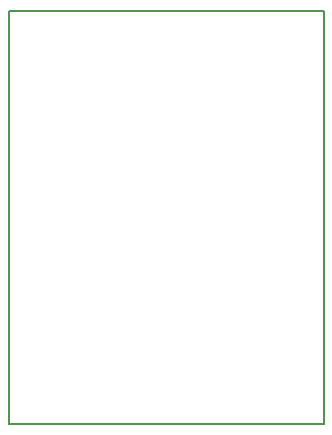
<source format=gm1>
G04 #@! TF.FileFunction,Profile,NP*
%FSLAX46Y46*%
G04 Gerber Fmt 4.6, Leading zero omitted, Abs format (unit mm)*
G04 Created by KiCad (PCBNEW 4.0.5-e0-6337~49~ubuntu16.04.1) date Tue Jan  3 21:15:41 2017*
%MOMM*%
%LPD*%
G01*
G04 APERTURE LIST*
%ADD10C,0.100000*%
%ADD11C,0.150000*%
G04 APERTURE END LIST*
D10*
D11*
X142875000Y-131445000D02*
X142875000Y-96520000D01*
X169545000Y-131445000D02*
X142875000Y-131445000D01*
X169545000Y-96520000D02*
X169545000Y-131445000D01*
X142875000Y-96520000D02*
X169545000Y-96520000D01*
M02*

</source>
